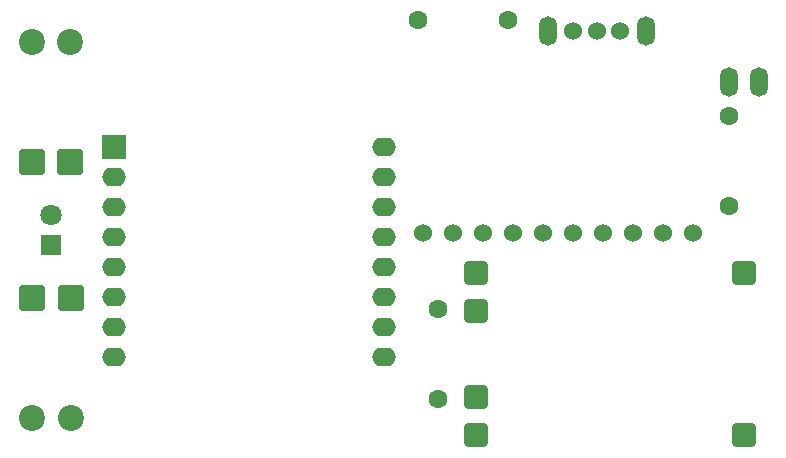
<source format=gbr>
%TF.GenerationSoftware,KiCad,Pcbnew,9.0.2*%
%TF.CreationDate,2025-07-07T21:27:42-04:00*%
%TF.ProjectId,CVISS_IMU_Tracker_Board,43564953-535f-4494-9d55-5f547261636b,rev?*%
%TF.SameCoordinates,Original*%
%TF.FileFunction,Soldermask,Top*%
%TF.FilePolarity,Negative*%
%FSLAX46Y46*%
G04 Gerber Fmt 4.6, Leading zero omitted, Abs format (unit mm)*
G04 Created by KiCad (PCBNEW 9.0.2) date 2025-07-07 21:27:42*
%MOMM*%
%LPD*%
G01*
G04 APERTURE LIST*
G04 Aperture macros list*
%AMRoundRect*
0 Rectangle with rounded corners*
0 $1 Rounding radius*
0 $2 $3 $4 $5 $6 $7 $8 $9 X,Y pos of 4 corners*
0 Add a 4 corners polygon primitive as box body*
4,1,4,$2,$3,$4,$5,$6,$7,$8,$9,$2,$3,0*
0 Add four circle primitives for the rounded corners*
1,1,$1+$1,$2,$3*
1,1,$1+$1,$4,$5*
1,1,$1+$1,$6,$7*
1,1,$1+$1,$8,$9*
0 Add four rect primitives between the rounded corners*
20,1,$1+$1,$2,$3,$4,$5,0*
20,1,$1+$1,$4,$5,$6,$7,0*
20,1,$1+$1,$6,$7,$8,$9,0*
20,1,$1+$1,$8,$9,$2,$3,0*%
G04 Aperture macros list end*
%ADD10RoundRect,0.249999X-0.850001X0.850001X-0.850001X-0.850001X0.850001X-0.850001X0.850001X0.850001X0*%
%ADD11C,2.200000*%
%ADD12C,1.600000*%
%ADD13RoundRect,0.300000X-0.700000X-0.700000X0.700000X-0.700000X0.700000X0.700000X-0.700000X0.700000X0*%
%ADD14R,2.000000X2.000000*%
%ADD15O,2.000000X1.600000*%
%ADD16C,1.530000*%
%ADD17R,1.800000X1.800000*%
%ADD18C,1.800000*%
%ADD19RoundRect,0.249999X0.850001X-0.850001X0.850001X0.850001X-0.850001X0.850001X-0.850001X-0.850001X0*%
%ADD20O,1.500000X2.500000*%
G04 APERTURE END LIST*
D10*
%TO.C,D3*%
X128250000Y-109320000D03*
D11*
X128250000Y-119480000D03*
%TD*%
D12*
%TO.C,R2*%
X165310000Y-85790000D03*
X157690000Y-85790000D03*
%TD*%
D13*
%TO.C,U3*%
X162590000Y-120960000D03*
X162590000Y-117760000D03*
X162590000Y-110460000D03*
X162590000Y-107260000D03*
X185290000Y-120960000D03*
X185290000Y-107260000D03*
%TD*%
D14*
%TO.C,U1*%
X131905000Y-96570000D03*
D15*
X131905000Y-99110000D03*
X131905000Y-101650000D03*
X131905000Y-104190000D03*
X131905000Y-106730000D03*
X131905000Y-109270000D03*
X131905000Y-111810000D03*
X131905000Y-114350000D03*
X154765000Y-114350000D03*
X154765000Y-111810000D03*
X154765000Y-109270000D03*
X154765000Y-106730000D03*
X154765000Y-104190000D03*
X154765000Y-101650000D03*
X154765000Y-99110000D03*
X154765000Y-96570000D03*
%TD*%
D16*
%TO.C,U2*%
X158110000Y-103860000D03*
X160650000Y-103860000D03*
X163190000Y-103860000D03*
X165730000Y-103860000D03*
X168270000Y-103860000D03*
X170810000Y-103860000D03*
X173350000Y-103860000D03*
X175890000Y-103860000D03*
X178430000Y-103860000D03*
X180970000Y-103860000D03*
%TD*%
D17*
%TO.C,D5*%
X126590000Y-104835000D03*
D18*
X126590000Y-102295000D03*
%TD*%
D19*
%TO.C,D1*%
X124950000Y-97790000D03*
D11*
X124950000Y-87630000D03*
%TD*%
D10*
%TO.C,D2*%
X125000000Y-109320000D03*
D11*
X125000000Y-119480000D03*
%TD*%
D12*
%TO.C,R1*%
X184010000Y-101590000D03*
X184010000Y-93970000D03*
%TD*%
D20*
%TO.C,U4*%
X186490000Y-91040000D03*
X183990000Y-91040000D03*
%TD*%
D12*
%TO.C,R3*%
X159330000Y-117890000D03*
X159330000Y-110270000D03*
%TD*%
D19*
%TO.C,D4*%
X128200000Y-97790000D03*
D11*
X128200000Y-87630000D03*
%TD*%
D16*
%TO.C,SW1*%
X172780000Y-86760000D03*
X170780000Y-86760000D03*
D20*
X168630000Y-86760000D03*
D16*
X174780000Y-86760000D03*
D20*
X176930000Y-86760000D03*
%TD*%
M02*

</source>
